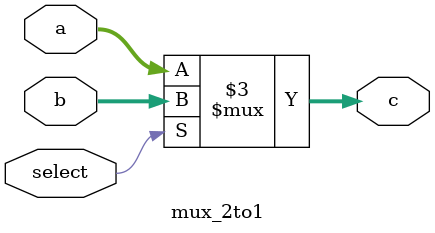
<source format=v>
`timescale 1ns / 1ps


module mux_2to1(
    input [31:0] a,
    input [31:0] b,
    output reg [31:0] c,
    input select
    );
    always @(*)
    begin
    if (select)
        c <= b;
    else
        c <= a;
    end
endmodule

</source>
